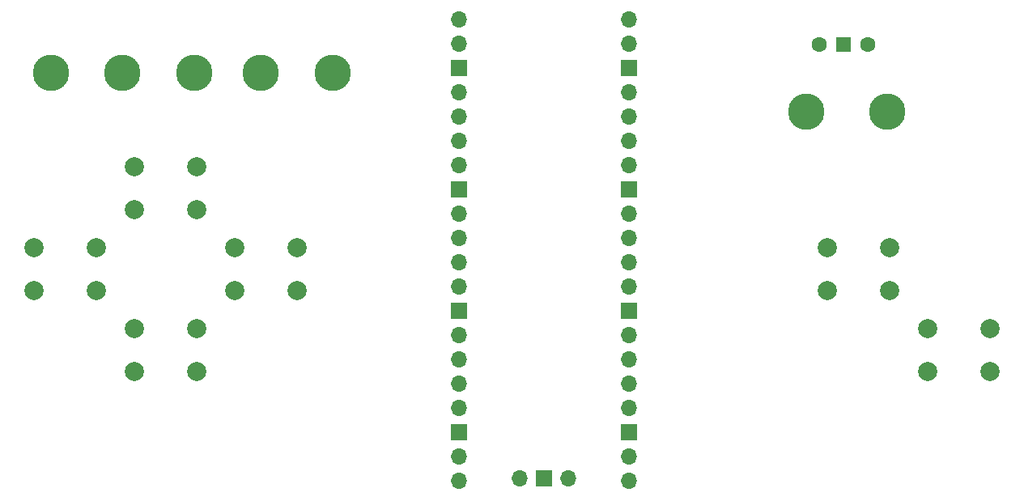
<source format=gbr>
%TF.GenerationSoftware,KiCad,Pcbnew,9.0.5*%
%TF.CreationDate,2025-11-07T13:00:18-05:00*%
%TF.ProjectId,PCB,5043422e-6b69-4636-9164-5f7063625858,rev?*%
%TF.SameCoordinates,Original*%
%TF.FileFunction,Copper,L2,Bot*%
%TF.FilePolarity,Positive*%
%FSLAX46Y46*%
G04 Gerber Fmt 4.6, Leading zero omitted, Abs format (unit mm)*
G04 Created by KiCad (PCBNEW 9.0.5) date 2025-11-07 13:00:18*
%MOMM*%
%LPD*%
G01*
G04 APERTURE LIST*
%TA.AperFunction,ComponentPad*%
%ADD10C,3.800000*%
%TD*%
%TA.AperFunction,ComponentPad*%
%ADD11C,2.000000*%
%TD*%
%TA.AperFunction,ComponentPad*%
%ADD12R,1.500000X1.500000*%
%TD*%
%TA.AperFunction,ComponentPad*%
%ADD13C,1.600000*%
%TD*%
%TA.AperFunction,ComponentPad*%
%ADD14O,1.700000X1.700000*%
%TD*%
%TA.AperFunction,ComponentPad*%
%ADD15R,1.700000X1.700000*%
%TD*%
G04 APERTURE END LIST*
D10*
%TO.P,H1,1,1*%
%TO.N,Net-(U1-VBUS)*%
X70500000Y-74000000D03*
%TD*%
D11*
%TO.P,SW1,1,1*%
%TO.N,Net-(U1-GPIO28_ADC2)*%
X79250000Y-83750000D03*
X85750000Y-83750000D03*
%TO.P,SW1,2,2*%
%TO.N,Net-(SW1-Pad2)*%
X79250000Y-88250000D03*
X85750000Y-88250000D03*
%TD*%
%TO.P,SW3,1,1*%
%TO.N,Net-(U1-GPIO27_ADC1)*%
X89750000Y-92250000D03*
X96250000Y-92250000D03*
%TO.P,SW3,2,2*%
%TO.N,Net-(SW1-Pad2)*%
X89750000Y-96750000D03*
X96250000Y-96750000D03*
%TD*%
D12*
%TO.P,SW7,1,A*%
%TO.N,Net-(SW7-A)*%
X153460000Y-71000000D03*
D13*
%TO.P,SW7,2,B*%
%TO.N,Net-(SW7-B)*%
X150920000Y-71000000D03*
%TO.P,SW7,3,C*%
%TO.N,unconnected-(SW7-C-Pad3)*%
X156000000Y-71000000D03*
%TD*%
D11*
%TO.P,SW5,1,1*%
%TO.N,Net-(U1-GPIO20)*%
X151750000Y-92250000D03*
X158250000Y-92250000D03*
%TO.P,SW5,2,2*%
%TO.N,Net-(SW5-Pad2)*%
X151750000Y-96750000D03*
X158250000Y-96750000D03*
%TD*%
%TO.P,SW2,1,1*%
%TO.N,Net-(U1-GPIO26_ADC0)*%
X68750000Y-92250000D03*
X75250000Y-92250000D03*
%TO.P,SW2,2,2*%
%TO.N,Net-(SW1-Pad2)*%
X68750000Y-96750000D03*
X75250000Y-96750000D03*
%TD*%
D10*
%TO.P,H4,1,1*%
%TO.N,Net-(U1-GPIO5)*%
X92500000Y-74000000D03*
%TD*%
D11*
%TO.P,SW6,1,1*%
%TO.N,Net-(U1-GPIO19)*%
X162250000Y-100750000D03*
X168750000Y-100750000D03*
%TO.P,SW6,2,2*%
%TO.N,Net-(SW5-Pad2)*%
X162250000Y-105250000D03*
X168750000Y-105250000D03*
%TD*%
%TO.P,SW4,1,1*%
%TO.N,Net-(U1-GPIO22)*%
X79250000Y-100750000D03*
X85750000Y-100750000D03*
%TO.P,SW4,2,2*%
%TO.N,Net-(SW1-Pad2)*%
X79250000Y-105250000D03*
X85750000Y-105250000D03*
%TD*%
D10*
%TO.P,H6,1,1*%
%TO.N,Net-(SW7-B)*%
X149500000Y-78000000D03*
%TD*%
D14*
%TO.P,U1,1,GPIO0*%
%TO.N,unconnected-(U1-GPIO0-Pad1)*%
X113220000Y-68400000D03*
%TO.P,U1,2,GPIO1*%
%TO.N,unconnected-(U1-GPIO1-Pad2)*%
X113220000Y-70940000D03*
D15*
%TO.P,U1,3,GND*%
%TO.N,unconnected-(U1-GND-Pad3)*%
X113220000Y-73480000D03*
D14*
%TO.P,U1,4,GPIO2*%
%TO.N,Net-(U1-GPIO2)*%
X113220000Y-76020000D03*
%TO.P,U1,5,GPIO3*%
%TO.N,Net-(U1-GPIO3)*%
X113220000Y-78560000D03*
%TO.P,U1,6,GPIO4*%
%TO.N,unconnected-(U1-GPIO4-Pad6)*%
X113220000Y-81100000D03*
%TO.P,U1,7,GPIO5*%
%TO.N,Net-(U1-GPIO5)*%
X113220000Y-83640000D03*
D15*
%TO.P,U1,8,GND*%
%TO.N,unconnected-(U1-GND-Pad8)*%
X113220000Y-86180000D03*
D14*
%TO.P,U1,9,GPIO6*%
%TO.N,unconnected-(U1-GPIO6-Pad9)*%
X113220000Y-88720000D03*
%TO.P,U1,10,GPIO7*%
%TO.N,unconnected-(U1-GPIO7-Pad10)*%
X113220000Y-91260000D03*
%TO.P,U1,11,GPIO8*%
%TO.N,unconnected-(U1-GPIO8-Pad11)*%
X113220000Y-93800000D03*
%TO.P,U1,12,GPIO9*%
%TO.N,unconnected-(U1-GPIO9-Pad12)*%
X113220000Y-96340000D03*
D15*
%TO.P,U1,13,GND*%
%TO.N,unconnected-(U1-GND-Pad13)*%
X113220000Y-98880000D03*
D14*
%TO.P,U1,14,GPIO10*%
%TO.N,unconnected-(U1-GPIO10-Pad14)*%
X113220000Y-101420000D03*
%TO.P,U1,15,GPIO11*%
%TO.N,unconnected-(U1-GPIO11-Pad15)*%
X113220000Y-103960000D03*
%TO.P,U1,16,GPIO12*%
%TO.N,unconnected-(U1-GPIO12-Pad16)*%
X113220000Y-106500000D03*
%TO.P,U1,17,GPIO13*%
%TO.N,unconnected-(U1-GPIO13-Pad17)*%
X113220000Y-109040000D03*
D15*
%TO.P,U1,18,GND*%
%TO.N,Net-(SW1-Pad2)*%
X113220000Y-111580000D03*
D14*
%TO.P,U1,19,GPIO14*%
%TO.N,unconnected-(U1-GPIO14-Pad19)*%
X113220000Y-114120000D03*
%TO.P,U1,20,GPIO15*%
%TO.N,unconnected-(U1-GPIO15-Pad20)*%
X113220000Y-116660000D03*
%TO.P,U1,21,GPIO16*%
%TO.N,unconnected-(U1-GPIO16-Pad21)*%
X131000000Y-116660000D03*
%TO.P,U1,22,GPIO17*%
%TO.N,unconnected-(U1-GPIO17-Pad22)*%
X131000000Y-114120000D03*
D15*
%TO.P,U1,23,GND*%
%TO.N,Net-(SW5-Pad2)*%
X131000000Y-111580000D03*
D14*
%TO.P,U1,24,GPIO18*%
%TO.N,unconnected-(U1-GPIO18-Pad24)*%
X131000000Y-109040000D03*
%TO.P,U1,25,GPIO19*%
%TO.N,Net-(U1-GPIO19)*%
X131000000Y-106500000D03*
%TO.P,U1,26,GPIO20*%
%TO.N,Net-(U1-GPIO20)*%
X131000000Y-103960000D03*
%TO.P,U1,27,GPIO21*%
%TO.N,unconnected-(U1-GPIO21-Pad27)*%
X131000000Y-101420000D03*
D15*
%TO.P,U1,28,GND*%
%TO.N,unconnected-(U1-GND-Pad28)*%
X131000000Y-98880000D03*
D14*
%TO.P,U1,29,GPIO22*%
%TO.N,Net-(U1-GPIO22)*%
X131000000Y-96340000D03*
%TO.P,U1,30,RUN*%
%TO.N,unconnected-(U1-RUN-Pad30)*%
X131000000Y-93800000D03*
%TO.P,U1,31,GPIO26_ADC0*%
%TO.N,Net-(U1-GPIO26_ADC0)*%
X131000000Y-91260000D03*
%TO.P,U1,32,GPIO27_ADC1*%
%TO.N,Net-(U1-GPIO27_ADC1)*%
X131000000Y-88720000D03*
D15*
%TO.P,U1,33,AGND*%
%TO.N,unconnected-(U1-AGND-Pad33)*%
X131000000Y-86180000D03*
D14*
%TO.P,U1,34,GPIO28_ADC2*%
%TO.N,Net-(U1-GPIO28_ADC2)*%
X131000000Y-83640000D03*
%TO.P,U1,35,ADC_VREF*%
%TO.N,unconnected-(U1-ADC_VREF-Pad35)*%
X131000000Y-81100000D03*
%TO.P,U1,36,3V3*%
%TO.N,unconnected-(U1-3V3-Pad36)*%
X131000000Y-78560000D03*
%TO.P,U1,37,3V3_EN*%
%TO.N,unconnected-(U1-3V3_EN-Pad37)*%
X131000000Y-76020000D03*
D15*
%TO.P,U1,38,GND*%
%TO.N,Net-(H2-Pad1)*%
X131000000Y-73480000D03*
D14*
%TO.P,U1,39,VSYS*%
%TO.N,Net-(SW7-A)*%
X131000000Y-70940000D03*
%TO.P,U1,40,VBUS*%
%TO.N,Net-(U1-VBUS)*%
X131000000Y-68400000D03*
%TO.P,U1,41,SWCLK*%
%TO.N,unconnected-(U1-SWCLK-Pad41)*%
X119570000Y-116430000D03*
D15*
%TO.P,U1,42,GND*%
%TO.N,unconnected-(U1-GND-Pad42)*%
X122110000Y-116430000D03*
D14*
%TO.P,U1,43,SWDIO*%
%TO.N,unconnected-(U1-SWDIO-Pad43)*%
X124650000Y-116430000D03*
%TD*%
D10*
%TO.P,H2,1,1*%
%TO.N,Net-(H2-Pad1)*%
X78000000Y-74000000D03*
%TD*%
%TO.P,H3,1,1*%
%TO.N,Net-(U1-GPIO3)*%
X85500000Y-74000000D03*
%TD*%
%TO.P,H7,1,1*%
%TO.N,Net-(H2-Pad1)*%
X158000000Y-78000000D03*
%TD*%
%TO.P,H5,1,1*%
%TO.N,Net-(U1-GPIO2)*%
X100000000Y-74000000D03*
%TD*%
M02*

</source>
